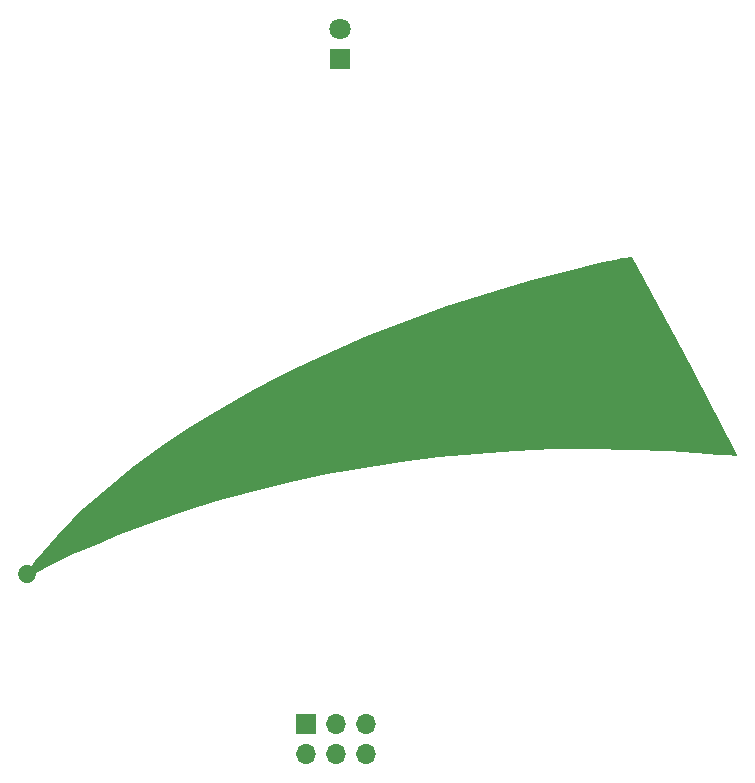
<source format=gbr>
G04 #@! TF.GenerationSoftware,KiCad,Pcbnew,(6.99.0-2452-gdb4f2d9dd8)*
G04 #@! TF.CreationDate,2022-08-02T15:55:00-05:00*
G04 #@! TF.ProjectId,IG,49472e6b-6963-4616-945f-706362585858,rev?*
G04 #@! TF.SameCoordinates,Original*
G04 #@! TF.FileFunction,Soldermask,Top*
G04 #@! TF.FilePolarity,Negative*
%FSLAX46Y46*%
G04 Gerber Fmt 4.6, Leading zero omitted, Abs format (unit mm)*
G04 Created by KiCad (PCBNEW (6.99.0-2452-gdb4f2d9dd8)) date 2022-08-02 15:55:00*
%MOMM*%
%LPD*%
G01*
G04 APERTURE LIST*
%ADD10C,0.200000*%
%ADD11C,1.500000*%
%ADD12R,1.800000X1.800000*%
%ADD13C,1.800000*%
%ADD14R,1.700000X1.700000*%
%ADD15O,1.700000X1.700000*%
G04 APERTURE END LIST*
D10*
G36*
X245977764Y-61385560D02*
G01*
X246016913Y-61400009D01*
X250475577Y-69736198D01*
X254808997Y-77996323D01*
X254792974Y-77999584D01*
X254754281Y-78000808D01*
X254613624Y-77997454D01*
X254396513Y-77986875D01*
X254112433Y-77969684D01*
X253381317Y-77917920D01*
X252496169Y-77847069D01*
X249222858Y-77618032D01*
X245947230Y-77480164D01*
X242673976Y-77432819D01*
X239407789Y-77475346D01*
X236153362Y-77607097D01*
X232915389Y-77827425D01*
X229698561Y-78135680D01*
X226507572Y-78531214D01*
X223347114Y-79013379D01*
X220221880Y-79581525D01*
X217136563Y-80235006D01*
X214095855Y-80973171D01*
X211104451Y-81795373D01*
X208167041Y-82700962D01*
X205288320Y-83689292D01*
X202472979Y-84759713D01*
X201554796Y-85133415D01*
X200607916Y-85531630D01*
X198727082Y-86356933D01*
X197842636Y-86761689D01*
X197028509Y-87146294D01*
X196309456Y-87499582D01*
X195710230Y-87810387D01*
X195499530Y-87921045D01*
X195314897Y-88012251D01*
X195156954Y-88083784D01*
X195088187Y-88112102D01*
X195026327Y-88135419D01*
X194971452Y-88153706D01*
X194923641Y-88166935D01*
X194882970Y-88175078D01*
X194849520Y-88178108D01*
X194823366Y-88175997D01*
X194813051Y-88173004D01*
X194804589Y-88168716D01*
X194797990Y-88163128D01*
X194793265Y-88156238D01*
X194790423Y-88148041D01*
X194789474Y-88138548D01*
X194790904Y-88128249D01*
X194795149Y-88114654D01*
X194811801Y-88077988D01*
X194838870Y-88029324D01*
X194875794Y-87969422D01*
X194922013Y-87899046D01*
X194976965Y-87818957D01*
X195110826Y-87632692D01*
X195272890Y-87416723D01*
X195458669Y-87177150D01*
X195663677Y-86920070D01*
X195883425Y-86651581D01*
X197599853Y-84711256D01*
X199496684Y-82810628D01*
X201567333Y-80953221D01*
X203805218Y-79142557D01*
X206203754Y-77382159D01*
X208756360Y-75675551D01*
X211456451Y-74026256D01*
X214297444Y-72437796D01*
X217272755Y-70913695D01*
X220375802Y-69457475D01*
X223600000Y-68072659D01*
X226938768Y-66762772D01*
X230385520Y-65531334D01*
X233933673Y-64381871D01*
X237576645Y-63317904D01*
X241307852Y-62342957D01*
X243191275Y-61894497D01*
X243981534Y-61718424D01*
X244657443Y-61577135D01*
X245208971Y-61472640D01*
X245626081Y-61406947D01*
X245898740Y-61382067D01*
X245977764Y-61385560D01*
G37*
X245977764Y-61385560D02*
X246016913Y-61400009D01*
X250475577Y-69736198D01*
X254808997Y-77996323D01*
X254792974Y-77999584D01*
X254754281Y-78000808D01*
X254613624Y-77997454D01*
X254396513Y-77986875D01*
X254112433Y-77969684D01*
X253381317Y-77917920D01*
X252496169Y-77847069D01*
X249222858Y-77618032D01*
X245947230Y-77480164D01*
X242673976Y-77432819D01*
X239407789Y-77475346D01*
X236153362Y-77607097D01*
X232915389Y-77827425D01*
X229698561Y-78135680D01*
X226507572Y-78531214D01*
X223347114Y-79013379D01*
X220221880Y-79581525D01*
X217136563Y-80235006D01*
X214095855Y-80973171D01*
X211104451Y-81795373D01*
X208167041Y-82700962D01*
X205288320Y-83689292D01*
X202472979Y-84759713D01*
X201554796Y-85133415D01*
X200607916Y-85531630D01*
X198727082Y-86356933D01*
X197842636Y-86761689D01*
X197028509Y-87146294D01*
X196309456Y-87499582D01*
X195710230Y-87810387D01*
X195499530Y-87921045D01*
X195314897Y-88012251D01*
X195156954Y-88083784D01*
X195088187Y-88112102D01*
X195026327Y-88135419D01*
X194971452Y-88153706D01*
X194923641Y-88166935D01*
X194882970Y-88175078D01*
X194849520Y-88178108D01*
X194823366Y-88175997D01*
X194813051Y-88173004D01*
X194804589Y-88168716D01*
X194797990Y-88163128D01*
X194793265Y-88156238D01*
X194790423Y-88148041D01*
X194789474Y-88138548D01*
X194790904Y-88128249D01*
X194795149Y-88114654D01*
X194811801Y-88077988D01*
X194838870Y-88029324D01*
X194875794Y-87969422D01*
X194922013Y-87899046D01*
X194976965Y-87818957D01*
X195110826Y-87632692D01*
X195272890Y-87416723D01*
X195458669Y-87177150D01*
X195663677Y-86920070D01*
X195883425Y-86651581D01*
X197599853Y-84711256D01*
X199496684Y-82810628D01*
X201567333Y-80953221D01*
X203805218Y-79142557D01*
X206203754Y-77382159D01*
X208756360Y-75675551D01*
X211456451Y-74026256D01*
X214297444Y-72437796D01*
X217272755Y-70913695D01*
X220375802Y-69457475D01*
X223600000Y-68072659D01*
X226938768Y-66762772D01*
X230385520Y-65531334D01*
X233933673Y-64381871D01*
X237576645Y-63317904D01*
X241307852Y-62342957D01*
X243191275Y-61894497D01*
X243981534Y-61718424D01*
X244657443Y-61577135D01*
X245208971Y-61472640D01*
X245626081Y-61406947D01*
X245898740Y-61382067D01*
X245977764Y-61385560D01*
D11*
G36*
X194789474Y-88138548D02*
G01*
X194789473Y-88138558D01*
X194789473Y-88138535D01*
X194789474Y-88138548D01*
G37*
X194789474Y-88138548D02*
X194789473Y-88138558D01*
X194789473Y-88138535D01*
X194789474Y-88138548D01*
D12*
X221299999Y-44469999D03*
D13*
X221300000Y-41930000D03*
D14*
X218459999Y-100829999D03*
D15*
X218459999Y-103369999D03*
X220999999Y-100829999D03*
X220999999Y-103369999D03*
X223539999Y-100829999D03*
X223539999Y-103369999D03*
M02*

</source>
